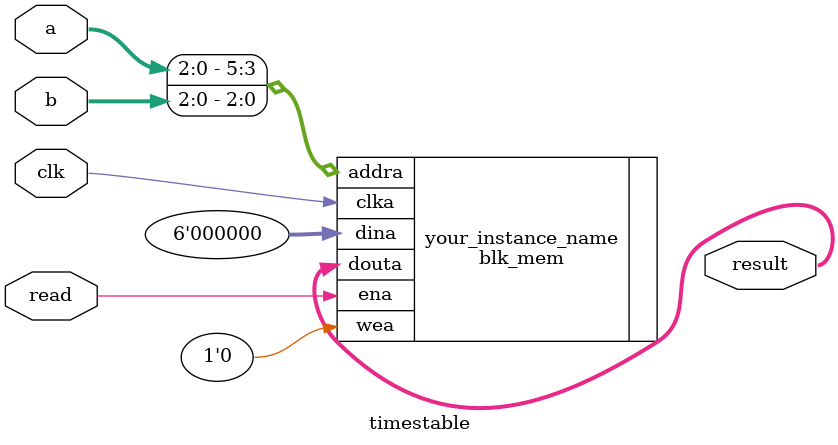
<source format=v>

`timescale 1ns/100ps

module timestable(clk,a,b,read,result);

input clk;
input [2:0] a;
input [2:0] b;
input read;

output [5:0] result;

blk_mem your_instance_name (
  .clka(clk),    // input wire clka
  .ena(read),      // input wire ena
  .wea(1'b0),      // input wire [0 : 0] wea
  .addra({a,b}),  // input wire [5 : 0] addra
  .dina(6'h0),    // input wire [5 : 0] dina
  .douta(result)  // output wire [5 : 0] douta
);


endmodule

</source>
